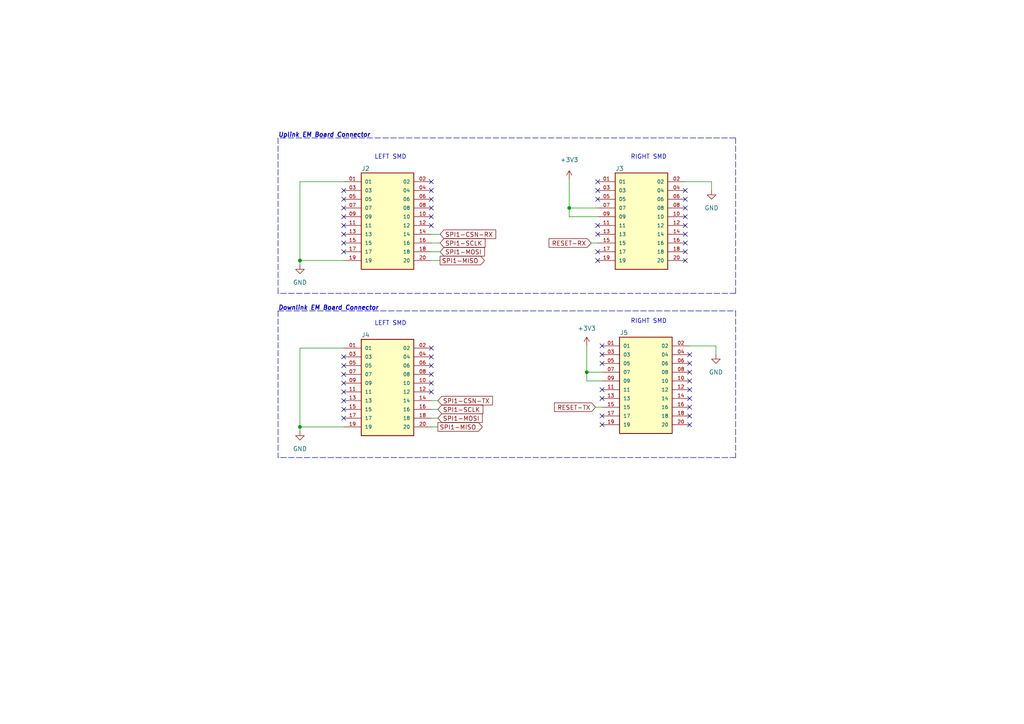
<source format=kicad_sch>
(kicad_sch (version 20211123) (generator eeschema)
  (paper "A4")
  (lib_symbols
    (symbol "TFM-110-02-SM-D-A-K-TR:TFM-110-02-SM-D-A-K-TR" (pin_names (offset 1.016))
      (property "Reference" "J" (at -8.12 15.24 0))
      (property "Value" "TFM-110-02-SM-D-A-K-TR" (at -7.62 -15.24 0))
      (symbol "TFM-110-02-SM-D-A-K-TR_0_0"
        (rectangle (start -7.62 -12.7) (end 7.62 15.24) (stroke (width 0.254)) (fill (type background)))
        (pin passive line (at -12.7 12.7 0) (length 5.08) (name "01") (number "01"))
        (pin passive line (at 12.7 12.7 180) (length 5.08) (name "02") (number "02"))
        (pin passive line (at -12.7 10.16 0) (length 5.08) (name "03") (number "03"))
        (pin passive line (at 12.7 10.16 180) (length 5.08) (name "04") (number "04"))
        (pin passive line (at -12.7 7.62 0) (length 5.08) (name "05") (number "05"))
        (pin passive line (at 12.7 7.62 180) (length 5.08) (name "06") (number "06"))
        (pin passive line (at -12.7 5.08 0) (length 5.08) (name "07") (number "07"))
        (pin passive line (at 12.7 5.08 180) (length 5.08) (name "08") (number "08"))
        (pin passive line (at -12.7 2.54 0) (length 5.08) (name "09") (number "09"))
        (pin passive line (at 12.7 2.54 180) (length 5.08) (name "10") (number "10"))
        (pin passive line (at -12.7 0 0) (length 5.08) (name "11") (number "11"))
        (pin passive line (at 12.7 0 180) (length 5.08) (name "12") (number "12"))
        (pin passive line (at -12.7 -2.54 0) (length 5.08) (name "13") (number "13"))
        (pin passive line (at 12.7 -2.54 180) (length 5.08) (name "14") (number "14"))
        (pin passive line (at -12.7 -5.08 0) (length 5.08) (name "15") (number "15"))
        (pin passive line (at 12.7 -5.08 180) (length 5.08) (name "16") (number "16"))
        (pin passive line (at -12.7 -7.62 0) (length 5.08) (name "17") (number "17"))
        (pin passive line (at 12.7 -7.62 180) (length 5.08) (name "18") (number "18"))
        (pin passive line (at -12.7 -10.16 0) (length 5.08) (name "19") (number "19"))
        (pin passive line (at 12.7 -10.16 180) (length 5.08) (name "20") (number "20"))
      )
    )
    (symbol "power:+3V3" (power) (pin_names (offset 0))
      (property "Value" "+3V3" (at 0 3.556 0))
      (symbol "+3V3_0_1"
        (polyline (pts (xy -0.762 1.27) (xy 0 2.54)))
        (polyline (pts (xy 0 0) (xy 0 2.54)))
        (polyline (pts (xy 0 2.54) (xy 0.762 1.27)))
      )
      (symbol "+3V3_1_1"
        (pin power_in line (at 0 0 90) (length 0) hide (name "+3V3") (number "1"))
      )
    )
    (symbol "power:GND" (power) (pin_names (offset 0))
      (property "Value" "GND" (at 0 -3.81 0))
      (symbol "GND_0_1"
        (polyline (pts (xy 0 0) (xy 0 -1.27) (xy 1.27 -1.27) (xy 0 -2.54) (xy -1.27 -1.27) (xy 0 -1.27)))
      )
      (symbol "GND_1_1"
        (pin power_in line (at 0 0 270) (length 0) hide (name "GND") (number "1"))
      )
    )
  )
  (junction (at 86.995 123.825))
  (junction (at 86.995 75.565))
  (junction (at 165.1 60.325))
  (junction (at 170.18 107.95))
  (no_connect (at 173.355 55.245))
  (no_connect (at 173.355 52.705))
  (no_connect (at 198.755 75.565))
  (no_connect (at 173.355 57.785))
  (no_connect (at 173.355 73.025))
  (no_connect (at 173.355 67.945))
  (no_connect (at 173.355 75.565))
  (no_connect (at 173.355 65.405))
  (no_connect (at 200.025 115.57))
  (no_connect (at 200.025 118.11))
  (no_connect (at 174.625 120.65))
  (no_connect (at 174.625 115.57))
  (no_connect (at 174.625 113.03))
  (no_connect (at 200.025 123.19))
  (no_connect (at 200.025 110.49))
  (no_connect (at 200.025 113.03))
  (no_connect (at 200.025 120.65))
  (no_connect (at 174.625 105.41))
  (no_connect (at 174.625 102.87))
  (no_connect (at 174.625 100.33))
  (no_connect (at 200.025 102.87))
  (no_connect (at 200.025 105.41))
  (no_connect (at 200.025 107.95))
  (no_connect (at 99.695 116.205))
  (no_connect (at 99.695 118.745))
  (no_connect (at 99.695 121.285))
  (no_connect (at 125.095 113.665))
  (no_connect (at 125.095 111.125))
  (no_connect (at 125.095 108.585))
  (no_connect (at 125.095 106.045))
  (no_connect (at 125.095 103.505))
  (no_connect (at 125.095 100.965))
  (no_connect (at 99.695 103.505))
  (no_connect (at 99.695 106.045))
  (no_connect (at 99.695 108.585))
  (no_connect (at 99.695 111.125))
  (no_connect (at 99.695 113.665))
  (no_connect (at 174.625 123.19))
  (no_connect (at 125.095 52.705))
  (no_connect (at 99.695 60.325))
  (no_connect (at 99.695 55.245))
  (no_connect (at 99.695 67.945))
  (no_connect (at 198.755 73.025))
  (no_connect (at 198.755 70.485))
  (no_connect (at 99.695 73.025))
  (no_connect (at 198.755 57.785))
  (no_connect (at 198.755 67.945))
  (no_connect (at 198.755 65.405))
  (no_connect (at 198.755 60.325))
  (no_connect (at 198.755 62.865))
  (no_connect (at 198.755 55.245))
  (no_connect (at 125.095 60.325))
  (no_connect (at 125.095 55.245))
  (no_connect (at 125.095 57.785))
  (no_connect (at 125.095 62.865))
  (no_connect (at 125.095 65.405))
  (no_connect (at 99.695 65.405))
  (no_connect (at 99.695 62.865))
  (no_connect (at 99.695 57.785))
  (no_connect (at 99.695 70.485))
  (wire (pts (xy 200.025 100.33) (xy 207.645 100.33)))
  (wire (pts (xy 170.18 110.49) (xy 174.625 110.49)))
  (wire (pts (xy 170.18 107.95) (xy 170.18 110.49)))
  (wire (pts (xy 165.1 62.865) (xy 165.1 60.325)))
  (wire (pts (xy 86.995 52.705) (xy 86.995 75.565)))
  (wire (pts (xy 207.645 100.33) (xy 207.645 102.87)))
  (wire (pts (xy 127.635 70.485) (xy 125.095 70.485)))
  (wire (pts (xy 127.635 75.565) (xy 125.095 75.565)))
  (polyline (pts (xy 213.36 85.09) (xy 80.645 85.09)))
  (wire (pts (xy 99.695 100.965) (xy 86.995 100.965)))
  (wire (pts (xy 165.1 62.865) (xy 173.355 62.865)))
  (wire (pts (xy 127.635 67.945) (xy 125.095 67.945)))
  (wire (pts (xy 99.695 52.705) (xy 86.995 52.705)))
  (wire (pts (xy 86.995 123.825) (xy 86.995 125.095)))
  (wire (pts (xy 172.72 118.11) (xy 174.625 118.11)))
  (polyline (pts (xy 213.36 40.005) (xy 213.36 85.09)))
  (wire (pts (xy 170.18 100.33) (xy 170.18 107.95)))
  (wire (pts (xy 206.375 52.705) (xy 206.375 55.245)))
  (wire (pts (xy 86.995 75.565) (xy 86.995 76.835)))
  (wire (pts (xy 86.995 123.825) (xy 99.695 123.825)))
  (wire (pts (xy 86.995 75.565) (xy 99.695 75.565)))
  (wire (pts (xy 127 121.285) (xy 125.095 121.285)))
  (polyline (pts (xy 213.36 90.17) (xy 213.36 132.715)))
  (wire (pts (xy 170.18 107.95) (xy 174.625 107.95)))
  (polyline (pts (xy 80.645 90.17) (xy 213.36 90.17)))
  (wire (pts (xy 171.45 70.485) (xy 173.355 70.485)))
  (wire (pts (xy 165.1 60.325) (xy 165.1 52.07)))
  (polyline (pts (xy 81.28 40.005) (xy 213.36 40.005)))
  (wire (pts (xy 127 116.205) (xy 125.095 116.205)))
  (polyline (pts (xy 213.36 132.715) (xy 80.645 132.715)))
  (wire (pts (xy 127 118.745) (xy 125.095 118.745)))
  (wire (pts (xy 127 123.825) (xy 125.095 123.825)))
  (wire (pts (xy 165.1 60.325) (xy 173.355 60.325)))
  (polyline (pts (xy 80.645 90.17) (xy 80.645 132.715)))
  (wire (pts (xy 86.995 100.965) (xy 86.995 123.825)))
  (wire (pts (xy 127.635 73.025) (xy 125.095 73.025)))
  (polyline (pts (xy 80.645 40.005) (xy 80.645 85.09)))
  (wire (pts (xy 198.755 52.705) (xy 206.375 52.705)))
  (text "Downlink EM Board Connector" (at 80.645 90.17 0) (effects (font (size 1.27 1.27) bold italic) (justify left bottom)))
  (text "RIGHT SMD" (at 182.88 46.355 0) (effects (font (size 1.27 1.27)) (justify left bottom)))
  (text "LEFT SMD" (at 108.585 94.615 0) (effects (font (size 1.27 1.27)) (justify left bottom)))
  (text "Uplink EM Board Connector" (at 80.645 40.005 0) (effects (font (size 1.27 1.27) (thickness 0.254) bold italic) (justify left bottom)))
  (text "RIGHT SMD" (at 182.88 93.98 0) (effects (font (size 1.27 1.27)) (justify left bottom)))
  (text "LEFT SMD" (at 108.585 46.355 0) (effects (font (size 1.27 1.27)) (justify left bottom)))
  (global_label "RESET-TX" (shape input) (at 172.72 118.11 180) (property "Intersheet References" "${INTERSHEET_REFS}" (effects hide)))
  (global_label "SPI1-CSN-RX" (shape input) (at 127.635 67.945 0) (property "Intersheet References" "${INTERSHEET_REFS}" (effects hide)))
  (global_label "SPI1-MOSI" (shape input) (at 127.635 73.025 0) (property "Intersheet References" "${INTERSHEET_REFS}" (effects hide)))
  (global_label "SPI1-SCLK" (shape input) (at 127 118.745 0) (property "Intersheet References" "${INTERSHEET_REFS}" (effects hide)))
  (global_label "SPI1-MISO" (shape output) (at 127 123.825 0) (property "Intersheet References" "${INTERSHEET_REFS}" (effects hide)))
  (global_label "SPI1-CSN-TX" (shape input) (at 127 116.205 0) (property "Intersheet References" "${INTERSHEET_REFS}" (effects hide)))
  (global_label "SPI1-MOSI" (shape input) (at 127 121.285 0) (property "Intersheet References" "${INTERSHEET_REFS}" (effects hide)))
  (global_label "SPI1-MISO" (shape output) (at 127.635 75.565 0) (property "Intersheet References" "${INTERSHEET_REFS}" (effects hide)))
  (global_label "RESET-RX" (shape input) (at 171.45 70.485 180) (property "Intersheet References" "${INTERSHEET_REFS}" (effects hide)))
  (global_label "SPI1-SCLK" (shape input) (at 127.635 70.485 0) (property "Intersheet References" "${INTERSHEET_REFS}" (effects hide)))
  (symbol (lib_id "TFM-110-02-SM-D-A-K-TR:TFM-110-02-SM-D-A-K-TR") (at 112.395 65.405 0) (unit 1)
    (property "Reference" "J2" (at 106.045 48.895 0))
    (property "STANDARD" "Manufacturer Recommendations" (effects hide))
    (property "PARTREV" "R" (effects hide))
    (property "MANUFACTURER" "Samtec" (effects hide))
  )
  (symbol (lib_id "TFM-110-02-SM-D-A-K-TR:TFM-110-02-SM-D-A-K-TR") (at 112.395 113.665 0) (unit 1)
    (property "Reference" "J4" (at 106.045 97.155 0))
    (property "STANDARD" "Manufacturer Recommendations" (effects hide))
    (property "PARTREV" "R" (effects hide))
    (property "MANUFACTURER" "Samtec" (effects hide))
  )
  (symbol (lib_id "power:GND") (at 206.375 55.245 0) (unit 1)
    (property "Reference" "#PWR02" (effects hide))
  )
  (symbol (lib_id "power:+3V3") (at 165.1 52.07 0) (unit 1)
    (property "Reference" "#PWR026" (effects hide))
  )
  (symbol (lib_id "TFM-110-02-SM-D-A-K-TR:TFM-110-02-SM-D-A-K-TR") (at 187.325 113.03 0) (unit 1)
    (property "Reference" "J5" (at 180.975 96.52 0))
    (property "STANDARD" "Manufacturer Recommendations" (effects hide))
    (property "PARTREV" "R" (effects hide))
    (property "MANUFACTURER" "Samtec" (effects hide))
  )
  (symbol (lib_id "power:GND") (at 86.995 125.095 0) (unit 1)
    (property "Reference" "#PWR025" (effects hide))
  )
  (symbol (lib_id "power:+3V3") (at 170.18 100.33 0) (unit 1)
    (property "Reference" "#PWR027" (effects hide))
  )
  (symbol (lib_id "power:GND") (at 207.645 102.87 0) (unit 1)
    (property "Reference" "#PWR028" (effects hide))
  )
  (symbol (lib_id "power:GND") (at 86.995 76.835 0) (unit 1)
    (property "Reference" "#PWR01" (effects hide))
  )
  (symbol (lib_id "TFM-110-02-SM-D-A-K-TR:TFM-110-02-SM-D-A-K-TR") (at 186.055 65.405 0) (unit 1)
    (property "Reference" "J3" (at 179.705 48.895 0))
    (property "STANDARD" "Manufacturer Recommendations" (effects hide))
    (property "PARTREV" "R" (effects hide))
    (property "MANUFACTURER" "Samtec" (effects hide))
  )
)
</source>
